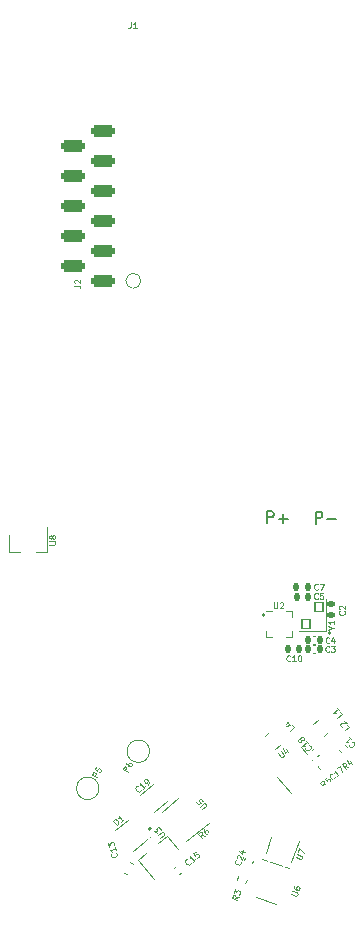
<source format=gbr>
G04 #@! TF.GenerationSoftware,KiCad,Pcbnew,(6.0.1)*
G04 #@! TF.CreationDate,2022-05-29T23:08:32-04:00*
G04 #@! TF.ProjectId,Main-rounded,4d61696e-2d72-46f7-956e-6465642e6b69,10*
G04 #@! TF.SameCoordinates,Original*
G04 #@! TF.FileFunction,Legend,Top*
G04 #@! TF.FilePolarity,Positive*
%FSLAX46Y46*%
G04 Gerber Fmt 4.6, Leading zero omitted, Abs format (unit mm)*
G04 Created by KiCad (PCBNEW (6.0.1)) date 2022-05-29 23:08:32*
%MOMM*%
%LPD*%
G01*
G04 APERTURE LIST*
G04 Aperture macros list*
%AMRoundRect*
0 Rectangle with rounded corners*
0 $1 Rounding radius*
0 $2 $3 $4 $5 $6 $7 $8 $9 X,Y pos of 4 corners*
0 Add a 4 corners polygon primitive as box body*
4,1,4,$2,$3,$4,$5,$6,$7,$8,$9,$2,$3,0*
0 Add four circle primitives for the rounded corners*
1,1,$1+$1,$2,$3*
1,1,$1+$1,$4,$5*
1,1,$1+$1,$6,$7*
1,1,$1+$1,$8,$9*
0 Add four rect primitives between the rounded corners*
20,1,$1+$1,$2,$3,$4,$5,0*
20,1,$1+$1,$4,$5,$6,$7,0*
20,1,$1+$1,$6,$7,$8,$9,0*
20,1,$1+$1,$8,$9,$2,$3,0*%
%AMRotRect*
0 Rectangle, with rotation*
0 The origin of the aperture is its center*
0 $1 length*
0 $2 width*
0 $3 Rotation angle, in degrees counterclockwise*
0 Add horizontal line*
21,1,$1,$2,0,0,$3*%
%AMFreePoly0*
4,1,14,0.285355,0.385355,0.435355,0.235355,0.450000,0.200000,0.450000,-0.350000,0.435355,-0.385355,0.400000,-0.400000,-0.400000,-0.400000,-0.435355,-0.385355,-0.450000,-0.350000,-0.450000,0.350000,-0.435355,0.385355,-0.400000,0.400000,0.250000,0.400000,0.285355,0.385355,0.285355,0.385355,$1*%
%AMFreePoly1*
4,1,14,0.435355,0.385355,0.450000,0.350000,0.450000,-0.350000,0.435355,-0.385355,0.400000,-0.400000,-0.250000,-0.400000,-0.285355,-0.385355,-0.435355,-0.235355,-0.450000,-0.200000,-0.450000,0.350000,-0.435355,0.385355,-0.400000,0.400000,0.400000,0.400000,0.435355,0.385355,0.435355,0.385355,$1*%
G04 Aperture macros list end*
%ADD10C,0.181301*%
%ADD11C,0.150000*%
%ADD12C,0.120000*%
%ADD13O,2.000000X4.500000*%
%ADD14RotRect,0.650000X0.400000X250.000000*%
%ADD15C,1.500000*%
%ADD16RotRect,1.060000X0.650000X220.000000*%
%ADD17R,0.800000X0.900000*%
%ADD18RoundRect,0.162500X-0.400915X-0.027008X0.289759X-0.278392X0.400915X0.027008X-0.289759X0.278392X0*%
%ADD19RoundRect,0.135000X0.127670X-0.190132X0.220016X0.063585X-0.127670X0.190132X-0.220016X-0.063585X0*%
%ADD20RoundRect,0.147500X0.147500X0.172500X-0.147500X0.172500X-0.147500X-0.172500X0.147500X-0.172500X0*%
%ADD21RoundRect,0.243750X0.106549X-0.506187X0.479995X-0.192828X-0.106549X0.506187X-0.479995X0.192828X0*%
%ADD22RoundRect,0.147500X-0.147500X-0.172500X0.147500X-0.172500X0.147500X0.172500X-0.147500X0.172500X0*%
%ADD23RoundRect,0.140000X0.140000X0.170000X-0.140000X0.170000X-0.140000X-0.170000X0.140000X-0.170000X0*%
%ADD24RoundRect,0.147500X-0.172500X0.147500X-0.172500X-0.147500X0.172500X-0.147500X0.172500X0.147500X0*%
%ADD25RoundRect,0.140000X-0.002028X0.220218X-0.216520X0.040237X0.002028X-0.220218X0.216520X-0.040237X0*%
%ADD26RoundRect,0.147500X0.226954X-0.002111X0.037331X0.223872X-0.226954X0.002111X-0.037331X-0.223872X0*%
%ADD27RoundRect,0.147500X-0.226954X0.002111X-0.037331X-0.223872X0.226954X-0.002111X0.037331X0.223872X0*%
%ADD28RoundRect,0.162500X-0.360707X0.177068X0.111742X-0.385974X0.360707X-0.177068X-0.111742X0.385974X0*%
%ADD29RoundRect,0.147500X-0.002111X-0.226954X0.223872X-0.037331X0.002111X0.226954X-0.223872X0.037331X0*%
%ADD30RoundRect,0.225000X-0.319856X-0.104006X0.069856X-0.329006X0.319856X0.104006X-0.069856X0.329006X0*%
%ADD31RotRect,0.650000X0.400000X220.000000*%
%ADD32RoundRect,0.147500X0.002111X0.226954X-0.223872X0.037331X-0.002111X-0.226954X0.223872X-0.037331X0*%
%ADD33RoundRect,0.140000X-0.220218X-0.002028X-0.040237X-0.216520X0.220218X0.002028X0.040237X0.216520X0*%
%ADD34FreePoly0,90.000000*%
%ADD35RoundRect,0.060000X0.340000X-0.390000X0.340000X0.390000X-0.340000X0.390000X-0.340000X-0.390000X0*%
%ADD36FreePoly1,90.000000*%
%ADD37R,0.375000X0.350000*%
%ADD38R,0.350000X0.375000*%
%ADD39RotRect,0.900000X0.800000X130.000000*%
%ADD40RoundRect,0.250000X0.168848X-0.706835X0.666776X-0.289023X-0.168848X0.706835X-0.666776X0.289023X0*%
%ADD41C,2.000000*%
%ADD42RoundRect,0.275000X0.775000X-0.275000X0.775000X0.275000X-0.775000X0.275000X-0.775000X-0.275000X0*%
%ADD43RoundRect,0.140000X-0.111865X0.189700X-0.207631X-0.073414X0.111865X-0.189700X0.207631X0.073414X0*%
%ADD44R,0.300000X2.000000*%
G04 APERTURE END LIST*
D10*
X258640650Y-115410000D02*
G75*
G03*
X258640650Y-115410000I-90650J0D01*
G01*
X243450650Y-131980000D02*
G75*
G03*
X243450650Y-131980000I-90650J0D01*
G01*
X253060650Y-113880000D02*
G75*
G03*
X253060650Y-113880000I-90650J0D01*
G01*
D11*
X253269047Y-106082380D02*
X253269047Y-105082380D01*
X253650000Y-105082380D01*
X253745238Y-105130000D01*
X253792857Y-105177619D01*
X253840476Y-105272857D01*
X253840476Y-105415714D01*
X253792857Y-105510952D01*
X253745238Y-105558571D01*
X253650000Y-105606190D01*
X253269047Y-105606190D01*
X254269047Y-105701428D02*
X255030952Y-105701428D01*
X254650000Y-106082380D02*
X254650000Y-105320476D01*
X257379047Y-106132380D02*
X257379047Y-105132380D01*
X257760000Y-105132380D01*
X257855238Y-105180000D01*
X257902857Y-105227619D01*
X257950476Y-105322857D01*
X257950476Y-105465714D01*
X257902857Y-105560952D01*
X257855238Y-105608571D01*
X257760000Y-105656190D01*
X257379047Y-105656190D01*
X258379047Y-105751428D02*
X259140952Y-105751428D01*
D12*
X255712409Y-134364329D02*
X256092761Y-134502766D01*
X256145652Y-134496679D01*
X256176169Y-134482449D01*
X256214829Y-134445845D01*
X256247402Y-134356350D01*
X256241315Y-134303460D01*
X256227085Y-134272943D01*
X256190481Y-134234282D01*
X255810129Y-134095846D01*
X255875276Y-133916857D02*
X255989283Y-133603626D01*
X256385839Y-133975998D01*
X241481362Y-127142699D02*
X241048350Y-126892699D01*
X241143588Y-126727742D01*
X241188017Y-126698408D01*
X241220541Y-126689693D01*
X241273685Y-126692883D01*
X241335544Y-126728597D01*
X241364879Y-126773026D01*
X241373594Y-126805550D01*
X241370404Y-126858695D01*
X241275166Y-127023652D01*
X241405493Y-126274110D02*
X241357873Y-126356588D01*
X241354684Y-126409732D01*
X241363399Y-126442257D01*
X241401448Y-126519210D01*
X241472022Y-126587449D01*
X241636979Y-126682687D01*
X241690123Y-126685877D01*
X241722647Y-126677162D01*
X241767077Y-126647828D01*
X241814696Y-126565349D01*
X241817886Y-126512205D01*
X241809171Y-126479681D01*
X241779836Y-126435251D01*
X241676738Y-126375728D01*
X241623594Y-126372538D01*
X241591069Y-126381253D01*
X241546640Y-126410587D01*
X241499021Y-126493066D01*
X241495831Y-126546210D01*
X241504546Y-126578734D01*
X241533881Y-126623163D01*
X247785121Y-130297827D02*
X248095186Y-130037651D01*
X248116360Y-129988803D01*
X248119295Y-129955260D01*
X248106925Y-129903477D01*
X248045707Y-129830520D01*
X247996859Y-129809346D01*
X247963315Y-129806412D01*
X247911533Y-129818782D01*
X247601467Y-130078957D01*
X247295378Y-129714174D02*
X247448422Y-129896566D01*
X247646118Y-129761760D01*
X247612575Y-129758826D01*
X247563727Y-129737652D01*
X247487204Y-129646456D01*
X247474835Y-129594673D01*
X247477769Y-129561130D01*
X247498943Y-129512282D01*
X247590139Y-129435759D01*
X247641922Y-129423390D01*
X247675465Y-129426324D01*
X247724313Y-129447498D01*
X247800836Y-129538694D01*
X247813206Y-129590477D01*
X247810271Y-129624020D01*
X234856190Y-107900952D02*
X235260952Y-107900952D01*
X235308571Y-107877142D01*
X235332380Y-107853333D01*
X235356190Y-107805714D01*
X235356190Y-107710476D01*
X235332380Y-107662857D01*
X235308571Y-107639047D01*
X235260952Y-107615238D01*
X234856190Y-107615238D01*
X235070476Y-107305714D02*
X235046666Y-107353333D01*
X235022857Y-107377142D01*
X234975238Y-107400952D01*
X234951428Y-107400952D01*
X234903809Y-107377142D01*
X234880000Y-107353333D01*
X234856190Y-107305714D01*
X234856190Y-107210476D01*
X234880000Y-107162857D01*
X234903809Y-107139047D01*
X234951428Y-107115238D01*
X234975238Y-107115238D01*
X235022857Y-107139047D01*
X235046666Y-107162857D01*
X235070476Y-107210476D01*
X235070476Y-107305714D01*
X235094285Y-107353333D01*
X235118095Y-107377142D01*
X235165714Y-107400952D01*
X235260952Y-107400952D01*
X235308571Y-107377142D01*
X235332380Y-107353333D01*
X235356190Y-107305714D01*
X235356190Y-107210476D01*
X235332380Y-107162857D01*
X235308571Y-107139047D01*
X235260952Y-107115238D01*
X235165714Y-107115238D01*
X235118095Y-107139047D01*
X235094285Y-107162857D01*
X235070476Y-107210476D01*
X238871363Y-127622699D02*
X238438351Y-127372699D01*
X238533589Y-127207742D01*
X238578018Y-127178408D01*
X238610542Y-127169693D01*
X238663686Y-127172883D01*
X238725545Y-127208597D01*
X238754880Y-127253026D01*
X238763595Y-127285550D01*
X238760405Y-127338695D01*
X238665167Y-127503652D01*
X238807398Y-126733490D02*
X238688351Y-126939687D01*
X238882642Y-127079354D01*
X238873928Y-127046830D01*
X238877117Y-126993685D01*
X238936641Y-126890587D01*
X238981070Y-126861253D01*
X239013595Y-126852538D01*
X239066739Y-126855728D01*
X239169837Y-126915251D01*
X239199172Y-126959681D01*
X239207887Y-126992205D01*
X239204697Y-127045349D01*
X239145173Y-127148447D01*
X239100744Y-127177782D01*
X239068219Y-127186497D01*
X255322409Y-137484329D02*
X255702761Y-137622766D01*
X255755652Y-137616679D01*
X255786169Y-137602449D01*
X255824829Y-137565845D01*
X255857402Y-137476350D01*
X255851315Y-137423460D01*
X255837085Y-137392943D01*
X255800481Y-137354282D01*
X255420129Y-137215846D01*
X255574853Y-136790747D02*
X255542279Y-136880241D01*
X255548366Y-136933132D01*
X255562597Y-136963649D01*
X255613431Y-137032826D01*
X255694782Y-137087773D01*
X255873771Y-137152920D01*
X255926662Y-137146833D01*
X255957179Y-137132602D01*
X255995839Y-137095998D01*
X256028412Y-137006504D01*
X256022325Y-136953613D01*
X256008095Y-136923096D01*
X255971491Y-136884436D01*
X255859623Y-136843719D01*
X255806732Y-136849806D01*
X255776215Y-136864037D01*
X255737555Y-136900641D01*
X255704982Y-136990135D01*
X255711069Y-137043026D01*
X255725299Y-137073543D01*
X255761903Y-137112203D01*
X250865559Y-137708840D02*
X250584820Y-137784022D01*
X250767839Y-137977324D02*
X250297993Y-137806313D01*
X250363140Y-137627324D01*
X250401800Y-137590720D01*
X250432317Y-137576490D01*
X250485208Y-137570403D01*
X250552328Y-137594833D01*
X250588932Y-137633494D01*
X250603163Y-137664010D01*
X250609250Y-137716901D01*
X250544103Y-137895890D01*
X250452716Y-137381214D02*
X250558580Y-137090357D01*
X250680565Y-137312119D01*
X250704995Y-137244998D01*
X250743656Y-137208394D01*
X250774173Y-137194164D01*
X250827063Y-137188077D01*
X250938932Y-137228794D01*
X250975535Y-137267454D01*
X250989766Y-137297971D01*
X250995853Y-137350862D01*
X250946993Y-137485104D01*
X250908332Y-137521708D01*
X250877815Y-137535938D01*
X257576666Y-111678571D02*
X257552857Y-111702380D01*
X257481428Y-111726190D01*
X257433809Y-111726190D01*
X257362380Y-111702380D01*
X257314761Y-111654761D01*
X257290952Y-111607142D01*
X257267142Y-111511904D01*
X257267142Y-111440476D01*
X257290952Y-111345238D01*
X257314761Y-111297619D01*
X257362380Y-111250000D01*
X257433809Y-111226190D01*
X257481428Y-111226190D01*
X257552857Y-111250000D01*
X257576666Y-111273809D01*
X257743333Y-111226190D02*
X258076666Y-111226190D01*
X257862380Y-111726190D01*
X259466837Y-122058444D02*
X259619882Y-122240836D01*
X259236860Y-122562229D01*
X259191357Y-121730139D02*
X259375010Y-121949009D01*
X259283183Y-121839574D02*
X258900161Y-122160968D01*
X258985488Y-122151533D01*
X259052575Y-122157402D01*
X259101423Y-122178576D01*
X257576666Y-112458571D02*
X257552857Y-112482380D01*
X257481428Y-112506190D01*
X257433809Y-112506190D01*
X257362380Y-112482380D01*
X257314761Y-112434761D01*
X257290952Y-112387142D01*
X257267142Y-112291904D01*
X257267142Y-112220476D01*
X257290952Y-112125238D01*
X257314761Y-112077619D01*
X257362380Y-112030000D01*
X257433809Y-112006190D01*
X257481428Y-112006190D01*
X257552857Y-112030000D01*
X257576666Y-112053809D01*
X258029047Y-112006190D02*
X257790952Y-112006190D01*
X257767142Y-112244285D01*
X257790952Y-112220476D01*
X257838571Y-112196666D01*
X257957619Y-112196666D01*
X258005238Y-112220476D01*
X258029047Y-112244285D01*
X258052857Y-112291904D01*
X258052857Y-112410952D01*
X258029047Y-112458571D01*
X258005238Y-112482380D01*
X257957619Y-112506190D01*
X257838571Y-112506190D01*
X257790952Y-112482380D01*
X257767142Y-112458571D01*
X258526666Y-116948571D02*
X258502857Y-116972380D01*
X258431428Y-116996190D01*
X258383809Y-116996190D01*
X258312380Y-116972380D01*
X258264761Y-116924761D01*
X258240952Y-116877142D01*
X258217142Y-116781904D01*
X258217142Y-116710476D01*
X258240952Y-116615238D01*
X258264761Y-116567619D01*
X258312380Y-116520000D01*
X258383809Y-116496190D01*
X258431428Y-116496190D01*
X258502857Y-116520000D01*
X258526666Y-116543809D01*
X258693333Y-116496190D02*
X259002857Y-116496190D01*
X258836190Y-116686666D01*
X258907619Y-116686666D01*
X258955238Y-116710476D01*
X258979047Y-116734285D01*
X259002857Y-116781904D01*
X259002857Y-116900952D01*
X258979047Y-116948571D01*
X258955238Y-116972380D01*
X258907619Y-116996190D01*
X258764761Y-116996190D01*
X258717142Y-116972380D01*
X258693333Y-116948571D01*
X259818571Y-113543333D02*
X259842380Y-113567142D01*
X259866190Y-113638571D01*
X259866190Y-113686190D01*
X259842380Y-113757619D01*
X259794761Y-113805238D01*
X259747142Y-113829047D01*
X259651904Y-113852857D01*
X259580476Y-113852857D01*
X259485238Y-113829047D01*
X259437619Y-113805238D01*
X259390000Y-113757619D01*
X259366190Y-113686190D01*
X259366190Y-113638571D01*
X259390000Y-113567142D01*
X259413809Y-113543333D01*
X259413809Y-113352857D02*
X259390000Y-113329047D01*
X259366190Y-113281428D01*
X259366190Y-113162380D01*
X259390000Y-113114761D01*
X259413809Y-113090952D01*
X259461428Y-113067142D01*
X259509047Y-113067142D01*
X259580476Y-113090952D01*
X259866190Y-113376666D01*
X259866190Y-113067142D01*
X255228571Y-117728571D02*
X255204761Y-117752380D01*
X255133333Y-117776190D01*
X255085714Y-117776190D01*
X255014285Y-117752380D01*
X254966666Y-117704761D01*
X254942857Y-117657142D01*
X254919047Y-117561904D01*
X254919047Y-117490476D01*
X254942857Y-117395238D01*
X254966666Y-117347619D01*
X255014285Y-117300000D01*
X255085714Y-117276190D01*
X255133333Y-117276190D01*
X255204761Y-117300000D01*
X255228571Y-117323809D01*
X255704761Y-117776190D02*
X255419047Y-117776190D01*
X255561904Y-117776190D02*
X255561904Y-117276190D01*
X255514285Y-117347619D01*
X255466666Y-117395238D01*
X255419047Y-117419047D01*
X256014285Y-117276190D02*
X256061904Y-117276190D01*
X256109523Y-117300000D01*
X256133333Y-117323809D01*
X256157142Y-117371428D01*
X256180952Y-117466666D01*
X256180952Y-117585714D01*
X256157142Y-117680952D01*
X256133333Y-117728571D01*
X256109523Y-117752380D01*
X256061904Y-117776190D01*
X256014285Y-117776190D01*
X255966666Y-117752380D01*
X255942857Y-117728571D01*
X255919047Y-117680952D01*
X255895238Y-117585714D01*
X255895238Y-117466666D01*
X255919047Y-117371428D01*
X255942857Y-117323809D01*
X255966666Y-117300000D01*
X256014285Y-117276190D01*
X256833403Y-124891445D02*
X256866947Y-124894379D01*
X256931100Y-124933792D01*
X256961709Y-124970271D01*
X256989383Y-125040292D01*
X256983513Y-125107380D01*
X256962340Y-125156228D01*
X256904687Y-125235685D01*
X256849970Y-125281598D01*
X256761709Y-125324577D01*
X256709926Y-125336947D01*
X256642839Y-125331077D01*
X256578686Y-125291664D01*
X256548077Y-125255186D01*
X256520403Y-125185164D01*
X256523338Y-125151621D01*
X256563792Y-124496053D02*
X256747446Y-124714922D01*
X256655619Y-124605487D02*
X256272597Y-124926881D01*
X256357923Y-124917446D01*
X256425011Y-124923316D01*
X256473859Y-124944489D01*
X256161269Y-124460836D02*
X256173639Y-124512619D01*
X256170704Y-124546163D01*
X256149530Y-124595011D01*
X256131291Y-124610315D01*
X256079508Y-124622685D01*
X256045965Y-124619750D01*
X255997117Y-124598577D01*
X255935899Y-124525620D01*
X255923529Y-124473837D01*
X255926464Y-124440294D01*
X255947637Y-124391445D01*
X255965877Y-124376141D01*
X256017659Y-124363771D01*
X256051203Y-124366706D01*
X256100051Y-124387880D01*
X256161269Y-124460836D01*
X256210117Y-124482010D01*
X256243661Y-124484945D01*
X256295443Y-124472575D01*
X256368400Y-124411357D01*
X256389574Y-124362509D01*
X256392509Y-124328966D01*
X256380139Y-124277183D01*
X256318921Y-124204226D01*
X256270073Y-124183052D01*
X256236529Y-124180118D01*
X256184746Y-124192487D01*
X256111790Y-124253705D01*
X256090616Y-124302553D01*
X256087681Y-124336097D01*
X256100051Y-124387880D01*
X260151555Y-126716837D02*
X259870836Y-126641577D01*
X259932685Y-126900491D02*
X259611291Y-126517468D01*
X259757204Y-126395033D01*
X259808987Y-126382663D01*
X259842531Y-126385598D01*
X259891379Y-126406771D01*
X259937292Y-126461489D01*
X259949662Y-126513272D01*
X259946727Y-126546815D01*
X259925554Y-126595663D01*
X259779640Y-126718099D01*
X260265597Y-126186009D02*
X260479860Y-126441357D01*
X260051966Y-126116618D02*
X260190337Y-126466727D01*
X260427446Y-126267769D01*
X259028555Y-127603403D02*
X259025621Y-127636947D01*
X258986208Y-127701100D01*
X258949729Y-127731709D01*
X258879708Y-127759383D01*
X258812620Y-127753513D01*
X258763772Y-127732340D01*
X258684315Y-127674687D01*
X258638402Y-127619970D01*
X258595423Y-127531709D01*
X258583053Y-127479926D01*
X258588923Y-127412839D01*
X258628336Y-127348686D01*
X258664814Y-127318077D01*
X258734836Y-127290403D01*
X258768379Y-127293338D01*
X259423947Y-127333792D02*
X259205078Y-127517446D01*
X259314513Y-127425619D02*
X258993119Y-127042597D01*
X259002554Y-127127923D01*
X258996684Y-127195011D01*
X258975511Y-127243859D01*
X259230228Y-126843639D02*
X259485576Y-126629376D01*
X259642817Y-127150139D01*
X254199191Y-125578308D02*
X254459367Y-125888373D01*
X254508215Y-125909547D01*
X254541758Y-125912482D01*
X254593541Y-125900112D01*
X254666498Y-125838894D01*
X254687672Y-125790046D01*
X254690606Y-125756502D01*
X254678236Y-125704720D01*
X254418061Y-125394654D01*
X254871736Y-125231543D02*
X255085998Y-125486891D01*
X254658104Y-125162152D02*
X254796475Y-125512262D01*
X255033584Y-125313304D01*
X258536666Y-116198571D02*
X258512857Y-116222380D01*
X258441428Y-116246190D01*
X258393809Y-116246190D01*
X258322380Y-116222380D01*
X258274761Y-116174761D01*
X258250952Y-116127142D01*
X258227142Y-116031904D01*
X258227142Y-115960476D01*
X258250952Y-115865238D01*
X258274761Y-115817619D01*
X258322380Y-115770000D01*
X258393809Y-115746190D01*
X258441428Y-115746190D01*
X258512857Y-115770000D01*
X258536666Y-115793809D01*
X258965238Y-115912857D02*
X258965238Y-116246190D01*
X258846190Y-115722380D02*
X258727142Y-116079523D01*
X259036666Y-116079523D01*
X255416837Y-123148444D02*
X255569882Y-123330836D01*
X255186860Y-123652229D01*
X254916617Y-123070880D02*
X255171966Y-122856618D01*
X254847227Y-123284512D02*
X255197336Y-123146140D01*
X254998378Y-122909031D01*
X248011554Y-132586837D02*
X247730835Y-132511577D01*
X247792684Y-132770491D02*
X247471290Y-132387468D01*
X247617203Y-132265033D01*
X247668986Y-132252663D01*
X247702530Y-132255598D01*
X247751378Y-132276771D01*
X247797291Y-132331489D01*
X247809661Y-132383272D01*
X247806726Y-132416815D01*
X247785553Y-132465663D01*
X247639639Y-132588099D01*
X248018465Y-131928334D02*
X247945508Y-131989552D01*
X247924334Y-132038400D01*
X247921400Y-132071944D01*
X247930835Y-132157270D01*
X247973814Y-132245532D01*
X248096249Y-132391445D01*
X248145097Y-132412619D01*
X248178641Y-132415553D01*
X248230424Y-132403183D01*
X248303380Y-132341966D01*
X248324554Y-132293118D01*
X248327489Y-132259574D01*
X248315119Y-132207791D01*
X248238597Y-132116595D01*
X248189749Y-132095422D01*
X248156205Y-132092487D01*
X248104422Y-132104857D01*
X248031466Y-132166074D01*
X248010292Y-132214923D01*
X248007357Y-132248466D01*
X248019727Y-132300249D01*
X240475678Y-133994258D02*
X240504839Y-134011094D01*
X240546324Y-134073926D01*
X240558649Y-134119923D01*
X240554138Y-134195080D01*
X240520466Y-134253401D01*
X240480632Y-134288724D01*
X240394801Y-134336372D01*
X240325806Y-134354859D01*
X240227651Y-134356510D01*
X240175492Y-134345836D01*
X240117171Y-134312165D01*
X240075686Y-134249332D01*
X240063361Y-134203336D01*
X240067872Y-134128179D01*
X240084708Y-134099018D01*
X240398427Y-133521969D02*
X240472376Y-133797947D01*
X240435402Y-133659958D02*
X239952439Y-133789368D01*
X240033758Y-133816877D01*
X240092079Y-133850549D01*
X240127402Y-133890383D01*
X239872328Y-133490390D02*
X239792217Y-133191413D01*
X240019340Y-133303102D01*
X240000853Y-133234107D01*
X240011526Y-133181949D01*
X240028362Y-133152788D01*
X240068196Y-133117465D01*
X240183187Y-133086653D01*
X240235346Y-133097327D01*
X240264507Y-133114163D01*
X240299830Y-133153997D01*
X240336804Y-133291986D01*
X240326130Y-133344145D01*
X240309294Y-133373306D01*
X240562685Y-131660491D02*
X240241291Y-131277468D01*
X240332487Y-131200946D01*
X240402509Y-131173272D01*
X240469596Y-131179141D01*
X240518444Y-131200315D01*
X240597901Y-131257967D01*
X240643815Y-131312685D01*
X240686793Y-131400946D01*
X240699163Y-131452729D01*
X240693294Y-131519816D01*
X240653881Y-131583968D01*
X240562685Y-131660491D01*
X241146338Y-131170748D02*
X240927468Y-131354401D01*
X241036903Y-131262575D02*
X240715509Y-130879552D01*
X240724944Y-130964879D01*
X240719075Y-131031966D01*
X240697901Y-131080814D01*
X246798554Y-134833403D02*
X246795620Y-134866947D01*
X246756207Y-134931100D01*
X246719728Y-134961709D01*
X246649707Y-134989383D01*
X246582619Y-134983513D01*
X246533771Y-134962340D01*
X246454314Y-134904687D01*
X246408401Y-134849970D01*
X246365422Y-134761709D01*
X246353052Y-134709926D01*
X246358922Y-134642839D01*
X246398335Y-134578686D01*
X246434813Y-134548077D01*
X246504835Y-134520403D01*
X246538378Y-134523338D01*
X247193946Y-134563792D02*
X246975077Y-134747446D01*
X247084512Y-134655619D02*
X246763118Y-134272597D01*
X246772553Y-134357923D01*
X246766683Y-134425011D01*
X246745510Y-134473859D01*
X247219097Y-133889985D02*
X247036705Y-134043030D01*
X247171511Y-134240726D01*
X247174445Y-134207182D01*
X247195619Y-134158334D01*
X247286815Y-134081812D01*
X247338598Y-134069442D01*
X247372141Y-134072377D01*
X247420989Y-134093551D01*
X247497512Y-134184746D01*
X247509881Y-134236529D01*
X247506947Y-134270073D01*
X247485773Y-134318921D01*
X247394577Y-134395443D01*
X247342794Y-134407813D01*
X247309251Y-134404878D01*
X260086837Y-123138444D02*
X260239882Y-123320836D01*
X259856860Y-123642229D01*
X259648466Y-123319794D02*
X259614923Y-123316859D01*
X259566075Y-123295686D01*
X259489552Y-123204490D01*
X259477183Y-123152707D01*
X259480117Y-123119163D01*
X259501291Y-123070315D01*
X259537769Y-123039706D01*
X259607791Y-123012032D01*
X260010315Y-123047248D01*
X259811357Y-122810139D01*
X260500359Y-124579053D02*
X260533902Y-124581988D01*
X260598055Y-124621401D01*
X260628664Y-124657879D01*
X260656338Y-124727901D01*
X260650469Y-124794988D01*
X260629295Y-124843836D01*
X260571643Y-124923293D01*
X260516925Y-124969207D01*
X260428664Y-125012185D01*
X260376881Y-125024555D01*
X260309794Y-125018686D01*
X260245642Y-124979273D01*
X260215033Y-124942795D01*
X260187358Y-124872773D01*
X260190293Y-124839229D01*
X260230748Y-124183661D02*
X260414401Y-124402531D01*
X260322575Y-124293096D02*
X259939552Y-124614490D01*
X260024879Y-124605055D01*
X260091966Y-124610924D01*
X260140814Y-124632098D01*
X258738095Y-114928095D02*
X258976190Y-114928095D01*
X258476190Y-115094761D02*
X258738095Y-114928095D01*
X258476190Y-114761428D01*
X258976190Y-114332857D02*
X258976190Y-114618571D01*
X258976190Y-114475714D02*
X258476190Y-114475714D01*
X258547619Y-114523333D01*
X258595238Y-114570952D01*
X258619047Y-114618571D01*
X253859047Y-112786190D02*
X253859047Y-113190952D01*
X253882857Y-113238571D01*
X253906666Y-113262380D01*
X253954285Y-113286190D01*
X254049523Y-113286190D01*
X254097142Y-113262380D01*
X254120952Y-113238571D01*
X254144761Y-113190952D01*
X254144761Y-112786190D01*
X254359047Y-112833809D02*
X254382857Y-112810000D01*
X254430476Y-112786190D01*
X254549523Y-112786190D01*
X254597142Y-112810000D01*
X254620952Y-112833809D01*
X254644761Y-112881428D01*
X254644761Y-112929047D01*
X254620952Y-113000476D01*
X254335238Y-113286190D01*
X254644761Y-113286190D01*
X258341555Y-128256837D02*
X258060836Y-128181577D01*
X258122685Y-128440491D02*
X257801291Y-128057468D01*
X257947204Y-127935033D01*
X257998987Y-127922663D01*
X258032531Y-127925598D01*
X258081379Y-127946771D01*
X258127292Y-128001489D01*
X258139662Y-128053272D01*
X258136727Y-128086815D01*
X258115554Y-128135663D01*
X257969640Y-128258099D01*
X258366705Y-127583030D02*
X258184313Y-127736075D01*
X258319119Y-127933771D01*
X258322054Y-127900227D01*
X258343228Y-127851379D01*
X258434423Y-127774857D01*
X258486206Y-127762487D01*
X258519750Y-127765422D01*
X258568598Y-127786595D01*
X258645120Y-127877791D01*
X258657490Y-127929574D01*
X258654555Y-127963118D01*
X258633381Y-128011966D01*
X258542186Y-128088488D01*
X258490403Y-128100858D01*
X258456859Y-128097923D01*
X244225121Y-132717827D02*
X244535186Y-132457651D01*
X244556360Y-132408803D01*
X244559295Y-132375260D01*
X244546925Y-132323477D01*
X244485707Y-132250520D01*
X244436859Y-132229346D01*
X244403315Y-132226412D01*
X244351533Y-132238782D01*
X244041467Y-132498957D01*
X243919031Y-132353044D02*
X243720073Y-132115935D01*
X243973118Y-132121174D01*
X243927204Y-132066456D01*
X243914835Y-132014673D01*
X243917769Y-131981130D01*
X243938943Y-131932282D01*
X244030139Y-131855759D01*
X244081922Y-131843390D01*
X244115465Y-131846324D01*
X244164313Y-131867498D01*
X244256140Y-131976933D01*
X244268510Y-132028716D01*
X244265575Y-132062259D01*
X242578554Y-128653403D02*
X242575620Y-128686947D01*
X242536207Y-128751100D01*
X242499728Y-128781709D01*
X242429707Y-128809383D01*
X242362619Y-128803513D01*
X242313771Y-128782340D01*
X242234314Y-128724687D01*
X242188401Y-128669970D01*
X242145422Y-128581709D01*
X242133052Y-128529926D01*
X242138922Y-128462839D01*
X242178335Y-128398686D01*
X242214813Y-128368077D01*
X242284835Y-128340403D01*
X242318378Y-128343338D01*
X242973946Y-128383792D02*
X242755077Y-128567446D01*
X242864512Y-128475619D02*
X242543118Y-128092597D01*
X242552553Y-128177923D01*
X242546683Y-128245011D01*
X242525510Y-128293859D01*
X243156338Y-128230748D02*
X243229295Y-128169530D01*
X243250468Y-128120682D01*
X243253403Y-128087138D01*
X243243968Y-128001812D01*
X243200989Y-127913551D01*
X243078554Y-127767637D01*
X243029705Y-127746464D01*
X242996162Y-127743529D01*
X242944379Y-127755899D01*
X242871422Y-127817117D01*
X242850249Y-127865965D01*
X242847314Y-127899508D01*
X242859684Y-127951291D01*
X242936206Y-128042487D01*
X242985054Y-128063661D01*
X243018598Y-128066595D01*
X243070381Y-128054226D01*
X243143337Y-127993008D01*
X243164511Y-127944160D01*
X243167446Y-127910616D01*
X243155076Y-127858833D01*
X236971985Y-85972359D02*
X237329128Y-85972359D01*
X237400556Y-85996169D01*
X237448175Y-86043788D01*
X237471985Y-86115216D01*
X237471985Y-86162835D01*
X237019604Y-85758073D02*
X236995795Y-85734264D01*
X236971985Y-85686645D01*
X236971985Y-85567597D01*
X236995795Y-85519978D01*
X237019604Y-85496169D01*
X237067223Y-85472359D01*
X237114842Y-85472359D01*
X237186271Y-85496169D01*
X237471985Y-85781883D01*
X237471985Y-85472359D01*
X251047867Y-134753119D02*
X251062097Y-134783636D01*
X251060041Y-134858900D01*
X251043754Y-134903647D01*
X250996950Y-134962625D01*
X250935916Y-134991085D01*
X250883026Y-134997172D01*
X250785388Y-134986972D01*
X250718267Y-134962542D01*
X250636916Y-134907595D01*
X250600312Y-134868935D01*
X250571851Y-134807901D01*
X250573908Y-134732637D01*
X250590194Y-134687890D01*
X250636998Y-134628912D01*
X250667515Y-134614682D01*
X250732662Y-134435693D02*
X250718431Y-134405176D01*
X250712344Y-134352285D01*
X250753061Y-134240417D01*
X250791721Y-134203813D01*
X250822238Y-134189583D01*
X250875129Y-134183496D01*
X250919876Y-134199783D01*
X250978854Y-134246586D01*
X251149617Y-134612790D01*
X251255481Y-134321933D01*
X251088830Y-133805200D02*
X251402061Y-133919207D01*
X250869124Y-133851922D02*
X251164012Y-134085940D01*
X251269875Y-133795083D01*
X241731971Y-63689049D02*
X241731971Y-64046192D01*
X241708161Y-64117620D01*
X241660542Y-64165239D01*
X241589114Y-64189049D01*
X241541495Y-64189049D01*
X242231971Y-64189049D02*
X241946257Y-64189049D01*
X242089114Y-64189049D02*
X242089114Y-63689049D01*
X242041495Y-63760478D01*
X241993876Y-63808097D01*
X241946257Y-63831906D01*
X255340629Y-134804528D02*
X255990468Y-133019112D01*
X253639371Y-132695472D02*
X253160542Y-134011041D01*
X243330000Y-125400000D02*
G75*
G03*
X243330000Y-125400000I-950000J0D01*
G01*
X246447131Y-133010555D02*
X248323940Y-131435726D01*
X245756235Y-129386875D02*
X244377355Y-130543892D01*
X231460000Y-108560000D02*
X232390000Y-108560000D01*
X234620000Y-108560000D02*
X233690000Y-108560000D01*
X231460000Y-108560000D02*
X231460000Y-107100000D01*
X234620000Y-108560000D02*
X234620000Y-106400000D01*
X239040000Y-128540000D02*
G75*
G03*
X239040000Y-128540000I-950000J0D01*
G01*
X255116376Y-135324913D02*
X252814129Y-134486964D01*
X252323624Y-137735087D02*
X254015071Y-138350723D01*
X251440963Y-136549097D02*
X251546060Y-136260346D01*
X250726796Y-136289162D02*
X250831893Y-136000411D01*
X257162196Y-123057728D02*
X257558360Y-122725307D01*
X258074954Y-124145511D02*
X258471118Y-123813090D01*
X257347836Y-117120000D02*
X257132164Y-117120000D01*
X257347836Y-116400000D02*
X257132164Y-116400000D01*
X257697123Y-125676577D02*
X257531908Y-125815209D01*
X257234316Y-125125025D02*
X257069101Y-125263657D01*
X254118876Y-127569488D02*
X255275893Y-128948368D01*
X257742556Y-126878592D02*
X256167727Y-125001783D01*
X257357836Y-116350000D02*
X257142164Y-116350000D01*
X257357836Y-115630000D02*
X257142164Y-115630000D01*
X253988297Y-125230102D02*
X254384461Y-124897681D01*
X253075539Y-124142319D02*
X253471703Y-123809898D01*
X241683254Y-134788037D02*
X241926746Y-134928617D01*
X241173254Y-135671383D02*
X241416746Y-135811963D01*
X241470597Y-131191437D02*
X240398135Y-132091340D01*
X241889403Y-133868563D02*
X243344887Y-132647266D01*
X245994011Y-135696460D02*
X245828796Y-135835092D01*
X245531204Y-135144908D02*
X245365989Y-135283540D01*
X259908593Y-124855031D02*
X260047225Y-125020246D01*
X259357041Y-125317838D02*
X259495673Y-125483053D01*
X258290000Y-115250000D02*
X258290000Y-112550000D01*
X255990000Y-115250000D02*
X258290000Y-115250000D01*
X254870000Y-115740000D02*
X254870000Y-115740000D01*
X255370000Y-115740000D02*
X254870000Y-115740000D01*
X254870000Y-113540000D02*
X255370000Y-113540000D01*
X255370000Y-113540000D02*
X255370000Y-114040000D01*
X253170000Y-113540000D02*
X253170000Y-113540000D01*
X255370000Y-114040000D02*
X255370000Y-114040000D01*
X253670000Y-115740000D02*
X253170000Y-115740000D01*
X253670000Y-113540000D02*
X253170000Y-113540000D01*
X255370000Y-115240000D02*
X255370000Y-115740000D01*
X253170000Y-115740000D02*
X253170000Y-115240000D01*
X253170000Y-115240000D02*
X253170000Y-115240000D01*
X244771832Y-132542202D02*
X244059410Y-133139994D01*
X244771832Y-132542202D02*
X245710302Y-133660627D01*
X242351131Y-134573411D02*
X243739552Y-136228067D01*
X242351131Y-134573411D02*
X243063553Y-133975618D01*
X242510213Y-129120084D02*
X243599914Y-128205716D01*
X243680086Y-130514284D02*
X244769787Y-129599916D01*
X242592500Y-85570000D02*
G75*
G03*
X242592500Y-85570000I-635000J0D01*
G01*
X252111381Y-134687962D02*
X252037617Y-134890627D01*
X251434803Y-134441707D02*
X251361039Y-134644372D01*
%LPC*%
D13*
X252840000Y-102530000D03*
X259240000Y-102530000D03*
D14*
X255425719Y-133079605D03*
X254814919Y-132857292D03*
X254204119Y-132634979D03*
X253554281Y-134420395D03*
X254775881Y-134865021D03*
D15*
X242380000Y-125400000D03*
D16*
X247554980Y-131219391D03*
X246944332Y-130491649D03*
X246333684Y-129763906D03*
X244648386Y-131178039D03*
X245869682Y-132633524D03*
D17*
X233990000Y-106800000D03*
X232090000Y-106800000D03*
X233040000Y-108800000D03*
D15*
X238090000Y-128540000D03*
D18*
X253011257Y-135261070D03*
X252686338Y-136153778D03*
X252361419Y-137046486D03*
X254428743Y-137798930D03*
X255078581Y-136013514D03*
D19*
X250961998Y-136753997D03*
X251310858Y-135795511D03*
D20*
X256735000Y-111500000D03*
X255765000Y-111500000D03*
D21*
X257098490Y-124038022D03*
X258534824Y-122832796D03*
D22*
X255785000Y-112310000D03*
X256755000Y-112310000D03*
D23*
X257720000Y-116760000D03*
X256760000Y-116760000D03*
D24*
X258710000Y-112935000D03*
X258710000Y-113905000D03*
D22*
X255045000Y-116750000D03*
X256015000Y-116750000D03*
D25*
X257750813Y-125161579D03*
X257015411Y-125778655D03*
D26*
X259384495Y-126081748D03*
X258760991Y-125338684D03*
D27*
X258140497Y-125859341D03*
X258764001Y-126602405D03*
D28*
X255951392Y-125770743D03*
X255223650Y-126381391D03*
X254495907Y-126992039D03*
X255910040Y-128677337D03*
X257365525Y-127456041D03*
D23*
X257730000Y-115990000D03*
X256770000Y-115990000D03*
D21*
X253011833Y-125122613D03*
X254448167Y-123917387D03*
D29*
X246518468Y-133541752D03*
X247261532Y-132918248D03*
D30*
X240878830Y-134912500D03*
X242221170Y-135687500D03*
D31*
X242825554Y-132417281D03*
X242407742Y-131919352D03*
X241989930Y-131421423D03*
X240534446Y-132642719D03*
X240952258Y-133140648D03*
X241370070Y-133638577D03*
D25*
X246047701Y-135181462D03*
X245312299Y-135798538D03*
D32*
X259324771Y-123762548D03*
X258581707Y-124386052D03*
D33*
X259393595Y-124801341D03*
X260010671Y-125536743D03*
D34*
X257690000Y-114600000D03*
D35*
X257690000Y-113200000D03*
D36*
X256590000Y-113200000D03*
D35*
X256590000Y-114600000D03*
D37*
X253507500Y-113890000D03*
X253507500Y-114390000D03*
X253507500Y-114890000D03*
X253507500Y-115390000D03*
D38*
X254020000Y-115402500D03*
X254520000Y-115402500D03*
D37*
X255032500Y-115390000D03*
X255032500Y-114890000D03*
X255032500Y-114390000D03*
X255032500Y-113890000D03*
D38*
X254520000Y-113877500D03*
X254020000Y-113877500D03*
D27*
X257520000Y-126380000D03*
X258143504Y-127123064D03*
D39*
X243965045Y-135516693D03*
X245420530Y-134295396D03*
X243407212Y-133373956D03*
D40*
X242510084Y-130308112D03*
X244769916Y-128411888D03*
D41*
X238147500Y-89220000D03*
X238147500Y-69220000D03*
D42*
X239417500Y-85570000D03*
X236877500Y-84300000D03*
X239417500Y-83030000D03*
X236877500Y-81760000D03*
X239417500Y-80490000D03*
X236877500Y-79220000D03*
X239417500Y-77950000D03*
X236877500Y-76680000D03*
X239417500Y-75410000D03*
X236877500Y-74140000D03*
X239417500Y-72870000D03*
D43*
X251900380Y-134215115D03*
X251572040Y-135117219D03*
D44*
X241620000Y-61279999D03*
X242119999Y-61279999D03*
X242620000Y-61279999D03*
X243120000Y-61279999D03*
X243620001Y-61279999D03*
X244120000Y-61279999D03*
X244620000Y-61279999D03*
X245120000Y-61279999D03*
X245620000Y-61279999D03*
X246120001Y-61279999D03*
X246620000Y-61279999D03*
X247120000Y-61279999D03*
X247620000Y-61279999D03*
X248120000Y-61279999D03*
G36*
X240434000Y-118300004D02*
G01*
X240502121Y-118320006D01*
X240548614Y-118373662D01*
X240560000Y-118426004D01*
X240560001Y-118874003D01*
X240539999Y-118942124D01*
X240486344Y-118988617D01*
X240434001Y-119000003D01*
X236586000Y-119000001D01*
X236517879Y-118979999D01*
X236471386Y-118926343D01*
X236460000Y-118874001D01*
X236460000Y-118426000D01*
X236480002Y-118357879D01*
X236533658Y-118311386D01*
X236586000Y-118300000D01*
X240434000Y-118300004D01*
G37*
G36*
X214043931Y-87947920D02*
G01*
X214070899Y-87994143D01*
X215155614Y-91332553D01*
X215157642Y-91403521D01*
X215120979Y-91464318D01*
X215075802Y-91490964D01*
X214812187Y-91579268D01*
X214741241Y-91581939D01*
X214680113Y-91545829D01*
X214652333Y-91498729D01*
X213566487Y-88156838D01*
X213564459Y-88085870D01*
X213601122Y-88025073D01*
X213653769Y-88000932D01*
X213652636Y-87997439D01*
X213912180Y-87913229D01*
X213983149Y-87911232D01*
X214043931Y-87947920D01*
G37*
G36*
X231122634Y-92199971D02*
G01*
X231162612Y-92235624D01*
X231425939Y-92598064D01*
X231449798Y-92664932D01*
X231433717Y-92734084D01*
X231398064Y-92774061D01*
X228123162Y-95153413D01*
X228056294Y-95177272D01*
X227987143Y-95161191D01*
X227947165Y-95125538D01*
X227683837Y-94763097D01*
X227659978Y-94696229D01*
X227676059Y-94627077D01*
X227711712Y-94587100D01*
X230986615Y-92207749D01*
X231053483Y-92183890D01*
X231122634Y-92199971D01*
G37*
G36*
X249052914Y-130470191D02*
G01*
X249317393Y-130555832D01*
X249376039Y-130595847D01*
X249403741Y-130661215D01*
X249398410Y-130714640D01*
X248244988Y-134264506D01*
X248204915Y-134323112D01*
X248139518Y-134350749D01*
X248086221Y-134345404D01*
X247821826Y-134259503D01*
X247763220Y-134219431D01*
X247735582Y-134154035D01*
X247740927Y-134100733D01*
X248894265Y-130551127D01*
X248934338Y-130492521D01*
X248999735Y-130464884D01*
X249052914Y-130470191D01*
G37*
G36*
X234941092Y-102740002D02*
G01*
X234987585Y-102793658D01*
X234998971Y-102846029D01*
X234998908Y-103124029D01*
X234978891Y-103192145D01*
X234925224Y-103238625D01*
X234872908Y-103250000D01*
X230447447Y-103250000D01*
X230379326Y-103229998D01*
X230332833Y-103176342D01*
X230321447Y-103123971D01*
X230321510Y-102845974D01*
X230326533Y-102845975D01*
X230325409Y-102814894D01*
X230361609Y-102753820D01*
X230425081Y-102722012D01*
X230447509Y-102720000D01*
X234872971Y-102720000D01*
X234941092Y-102740002D01*
G37*
G36*
X260478339Y-126724724D02*
G01*
X260518396Y-126760486D01*
X260679350Y-126982520D01*
X260676486Y-126984596D01*
X260702153Y-127027596D01*
X260699807Y-127098554D01*
X260654211Y-127161015D01*
X257216969Y-129658317D01*
X257150101Y-129682176D01*
X257080950Y-129666095D01*
X257042746Y-129624641D01*
X257039428Y-129627056D01*
X256878064Y-129405284D01*
X256854159Y-129338433D01*
X256870191Y-129269270D01*
X256905887Y-129229216D01*
X260342320Y-126732502D01*
X260409188Y-126708643D01*
X260478339Y-126724724D01*
G37*
G36*
X240434000Y-120550003D02*
G01*
X240502121Y-120570005D01*
X240548614Y-120623661D01*
X240560000Y-120676003D01*
X240560001Y-121124002D01*
X240539999Y-121192123D01*
X240486344Y-121238616D01*
X240434001Y-121250002D01*
X236386000Y-121250000D01*
X236317879Y-121229998D01*
X236271386Y-121176342D01*
X236260000Y-121124000D01*
X236260000Y-120675999D01*
X236280002Y-120607878D01*
X236333658Y-120561385D01*
X236386000Y-120549999D01*
X240434000Y-120550003D01*
G37*
G36*
X234674000Y-101500004D02*
G01*
X234742121Y-101520006D01*
X234788614Y-101573662D01*
X234800000Y-101626004D01*
X234800001Y-102074003D01*
X234779999Y-102142124D01*
X234726344Y-102188617D01*
X234674001Y-102200003D01*
X230626000Y-102200001D01*
X230557879Y-102179999D01*
X230511386Y-102126343D01*
X230500000Y-102074001D01*
X230500000Y-101626000D01*
X230520002Y-101557879D01*
X230573658Y-101511386D01*
X230626000Y-101500000D01*
X234674000Y-101500004D01*
G37*
G36*
X263869728Y-111154851D02*
G01*
X263871109Y-111154851D01*
X263871109Y-111155205D01*
X263938407Y-111172456D01*
X263986731Y-111224468D01*
X264000000Y-111280751D01*
X264000000Y-113120681D01*
X263979998Y-113188802D01*
X263926342Y-113235295D01*
X263882703Y-113246380D01*
X263828327Y-113250145D01*
X263819624Y-113250446D01*
X263326000Y-113250446D01*
X263257879Y-113230444D01*
X263211386Y-113176788D01*
X263200000Y-113124446D01*
X263200000Y-111280881D01*
X263220002Y-111212760D01*
X263273658Y-111166267D01*
X263325993Y-111154881D01*
X263868938Y-111154851D01*
X263869634Y-111154827D01*
X263869728Y-111154851D01*
G37*
G36*
X214449641Y-94264721D02*
G01*
X214489618Y-94300374D01*
X214752946Y-94662811D01*
X214776804Y-94729678D01*
X214760724Y-94798830D01*
X214725071Y-94838808D01*
X212121000Y-96730774D01*
X212054132Y-96754633D01*
X211984981Y-96738552D01*
X211945003Y-96702899D01*
X211681675Y-96340458D01*
X211657816Y-96273590D01*
X211673897Y-96204438D01*
X211709550Y-96164461D01*
X214313621Y-94272499D01*
X214380489Y-94248640D01*
X214449641Y-94264721D01*
G37*
G36*
X260592572Y-127689775D02*
G01*
X260632550Y-127725428D01*
X260895877Y-128087868D01*
X260919736Y-128154736D01*
X260903655Y-128223888D01*
X260868002Y-128263865D01*
X258190844Y-130208931D01*
X258123976Y-130232790D01*
X258054825Y-130216709D01*
X258014847Y-130181056D01*
X257751519Y-129818615D01*
X257727660Y-129751747D01*
X257743741Y-129682595D01*
X257779394Y-129642618D01*
X260456553Y-127697553D01*
X260523421Y-127673694D01*
X260592572Y-127689775D01*
G37*
G36*
X240592025Y-119540002D02*
G01*
X240638518Y-119593658D01*
X240649904Y-119646028D01*
X240649842Y-119924028D01*
X240629825Y-119992144D01*
X240576159Y-120038625D01*
X240523842Y-120050000D01*
X236275871Y-120050000D01*
X236207750Y-120029998D01*
X236161257Y-119976342D01*
X236149871Y-119923972D01*
X236149933Y-119645972D01*
X236169950Y-119577856D01*
X236223616Y-119531375D01*
X236275933Y-119520000D01*
X240523904Y-119520000D01*
X240592025Y-119540002D01*
G37*
G36*
X224643971Y-87617913D02*
G01*
X225070043Y-87756351D01*
X225128649Y-87796424D01*
X225156286Y-87861821D01*
X225150940Y-87915120D01*
X223900037Y-91764998D01*
X223859964Y-91823604D01*
X223794567Y-91851241D01*
X223741268Y-91845895D01*
X223315194Y-91707455D01*
X223256588Y-91667382D01*
X223228951Y-91601985D01*
X223234297Y-91548686D01*
X224485202Y-87698810D01*
X224525276Y-87640204D01*
X224590672Y-87612567D01*
X224643971Y-87617913D01*
G37*
G36*
X232445150Y-94020260D02*
G01*
X232485128Y-94055913D01*
X232748456Y-94418350D01*
X232772314Y-94485217D01*
X232756234Y-94554369D01*
X232720581Y-94594347D01*
X229445678Y-96973702D01*
X229378810Y-96997561D01*
X229309659Y-96981480D01*
X229269681Y-96945827D01*
X229006353Y-96583386D01*
X228982494Y-96516518D01*
X228998575Y-96447366D01*
X229034228Y-96407389D01*
X232309131Y-94028038D01*
X232375999Y-94004179D01*
X232445150Y-94020260D01*
G37*
G36*
X259192121Y-106690002D02*
G01*
X259238614Y-106743658D01*
X259250000Y-106796000D01*
X259250000Y-107074000D01*
X259229998Y-107142121D01*
X259176342Y-107188614D01*
X259124000Y-107200000D01*
X252977581Y-107200000D01*
X252909460Y-107179998D01*
X252862967Y-107126342D01*
X252851581Y-107073953D01*
X252851685Y-106795953D01*
X252871713Y-106727840D01*
X252925386Y-106681367D01*
X252977685Y-106670000D01*
X259124000Y-106670000D01*
X259192121Y-106690002D01*
G37*
G36*
X259104277Y-118520002D02*
G01*
X259150770Y-118573658D01*
X259162156Y-118626046D01*
X259162055Y-118904046D01*
X259142028Y-118972159D01*
X259088356Y-119018633D01*
X259036055Y-119030000D01*
X253076000Y-119030000D01*
X253007879Y-119009998D01*
X252961386Y-118956342D01*
X252950000Y-118904000D01*
X252950000Y-118626000D01*
X252970002Y-118557879D01*
X253023658Y-118511386D01*
X253076000Y-118500000D01*
X259036156Y-118500000D01*
X259104277Y-118520002D01*
G37*
G36*
X259192121Y-108290002D02*
G01*
X259238614Y-108343658D01*
X259250000Y-108396000D01*
X259250000Y-108674000D01*
X259229998Y-108742121D01*
X259176342Y-108788614D01*
X259124000Y-108800000D01*
X252976976Y-108800000D01*
X252908855Y-108779998D01*
X252862362Y-108726342D01*
X252850976Y-108673952D01*
X252851081Y-108395952D01*
X252871109Y-108327839D01*
X252924782Y-108281367D01*
X252977081Y-108270000D01*
X259124000Y-108270000D01*
X259192121Y-108290002D01*
G37*
G36*
X213255749Y-92350980D02*
G01*
X213295727Y-92386633D01*
X213559054Y-92749073D01*
X213582913Y-92815941D01*
X213566832Y-92885093D01*
X213531179Y-92925070D01*
X210760668Y-94937960D01*
X210693800Y-94961819D01*
X210624649Y-94945738D01*
X210584671Y-94910085D01*
X210321343Y-94547644D01*
X210297484Y-94480776D01*
X210313565Y-94411624D01*
X210349218Y-94371647D01*
X213119730Y-92358758D01*
X213186598Y-92334899D01*
X213255749Y-92350980D01*
G37*
G36*
X222504095Y-86922623D02*
G01*
X222930168Y-87061064D01*
X222988773Y-87101138D01*
X223016410Y-87166534D01*
X223011064Y-87219833D01*
X221760161Y-91069708D01*
X221720088Y-91128314D01*
X221654691Y-91155951D01*
X221601392Y-91150605D01*
X221175317Y-91012165D01*
X221116711Y-90972092D01*
X221089074Y-90906695D01*
X221094420Y-90853396D01*
X222345325Y-87003520D01*
X222385399Y-86944914D01*
X222450795Y-86917277D01*
X222504095Y-86922623D01*
G37*
G36*
X242950706Y-126633940D02*
G01*
X242990702Y-126669618D01*
X243150847Y-126890151D01*
X243148381Y-126891942D01*
X243174956Y-126936392D01*
X243172660Y-127007352D01*
X243127036Y-127069898D01*
X239196323Y-129925728D01*
X239129455Y-129949587D01*
X239060304Y-129933506D01*
X239020070Y-129889815D01*
X239017482Y-129891694D01*
X238858025Y-129672108D01*
X238834183Y-129605235D01*
X238850280Y-129536087D01*
X238885918Y-129496136D01*
X242814687Y-126641718D01*
X242881555Y-126617859D01*
X242950706Y-126633940D01*
G37*
G36*
X234674000Y-103750003D02*
G01*
X234742121Y-103770005D01*
X234788614Y-103823661D01*
X234800000Y-103876003D01*
X234800001Y-104324002D01*
X234779999Y-104392123D01*
X234726344Y-104438616D01*
X234674001Y-104450002D01*
X230626000Y-104450000D01*
X230557879Y-104429998D01*
X230511386Y-104376342D01*
X230500000Y-104324000D01*
X230500000Y-103875999D01*
X230520002Y-103807878D01*
X230573658Y-103761385D01*
X230626000Y-103749999D01*
X234674000Y-103750003D01*
G37*
G36*
X259103494Y-120690002D02*
G01*
X259149987Y-120743658D01*
X259161373Y-120796046D01*
X259161272Y-121074046D01*
X259141245Y-121142159D01*
X259087573Y-121188633D01*
X259035272Y-121200000D01*
X253076000Y-121200000D01*
X253007879Y-121179998D01*
X252961386Y-121126342D01*
X252950000Y-121074000D01*
X252950000Y-120796000D01*
X252970002Y-120727879D01*
X253023658Y-120681386D01*
X253076000Y-120670000D01*
X259035373Y-120670000D01*
X259103494Y-120690002D01*
G37*
G36*
X237140366Y-110088272D02*
G01*
X237180382Y-110123977D01*
X237343670Y-110348966D01*
X237367494Y-110415846D01*
X237351378Y-110484990D01*
X237315757Y-110524911D01*
X234325071Y-112697771D01*
X234258203Y-112721630D01*
X234189052Y-112705549D01*
X234149036Y-112669843D01*
X233985748Y-112444853D01*
X233961924Y-112377973D01*
X233978040Y-112308830D01*
X234013661Y-112268909D01*
X237004347Y-110096050D01*
X237071215Y-110072191D01*
X237140366Y-110088272D01*
G37*
G36*
X236687375Y-108909389D02*
G01*
X236727353Y-108945042D01*
X236990680Y-109307482D01*
X237014539Y-109374350D01*
X236998458Y-109443502D01*
X236962805Y-109483479D01*
X233687903Y-111862831D01*
X233621035Y-111886690D01*
X233551884Y-111870609D01*
X233511906Y-111834956D01*
X233248578Y-111472515D01*
X233224719Y-111405647D01*
X233240800Y-111336495D01*
X233276453Y-111296518D01*
X236551356Y-108917167D01*
X236618224Y-108893308D01*
X236687375Y-108909389D01*
G37*
G36*
X223683991Y-87239490D02*
G01*
X223919699Y-87316219D01*
X223925298Y-87316885D01*
X223990581Y-87344789D01*
X224030414Y-87403558D01*
X224030256Y-87480940D01*
X222715242Y-91528139D01*
X222675169Y-91586745D01*
X222609772Y-91614382D01*
X222533782Y-91599104D01*
X222526778Y-91595176D01*
X222293293Y-91519171D01*
X222234709Y-91479065D01*
X222207108Y-91413653D01*
X222212462Y-91360423D01*
X223525156Y-87320366D01*
X223565229Y-87261760D01*
X223630626Y-87234123D01*
X223683991Y-87239490D01*
G37*
G36*
X256877970Y-131898567D02*
G01*
X256904939Y-131944792D01*
X257938997Y-135127294D01*
X257941025Y-135198261D01*
X257904362Y-135259059D01*
X257858052Y-135286079D01*
X257593624Y-135371879D01*
X257522655Y-135373878D01*
X257461872Y-135337191D01*
X257434903Y-135290966D01*
X256400845Y-132108464D01*
X256398817Y-132037497D01*
X256435480Y-131976699D01*
X256481790Y-131949679D01*
X256746218Y-131863879D01*
X256817187Y-131861880D01*
X256877970Y-131898567D01*
G37*
G36*
X213061932Y-88323571D02*
G01*
X213088936Y-88369833D01*
X214153303Y-91645626D01*
X214155330Y-91716594D01*
X214118668Y-91777391D01*
X214072407Y-91804395D01*
X213646331Y-91942837D01*
X213575363Y-91944865D01*
X213514565Y-91908202D01*
X213487561Y-91861940D01*
X212423197Y-88586144D01*
X212421170Y-88515176D01*
X212457832Y-88454378D01*
X212504094Y-88427375D01*
X212930167Y-88288936D01*
X213001135Y-88286909D01*
X213061932Y-88323571D01*
G37*
G36*
X213989517Y-93325864D02*
G01*
X214029527Y-93361561D01*
X214192834Y-93586538D01*
X214216664Y-93653416D01*
X214200553Y-93722561D01*
X214164927Y-93762491D01*
X211346239Y-95810387D01*
X211279371Y-95834246D01*
X211210220Y-95818165D01*
X211170210Y-95782468D01*
X211006903Y-95557492D01*
X210983073Y-95490614D01*
X210999184Y-95421470D01*
X211034810Y-95381539D01*
X213853498Y-93333642D01*
X213920366Y-93309783D01*
X213989517Y-93325864D01*
G37*
G36*
X231923679Y-93125977D02*
G01*
X231963682Y-93161664D01*
X232127011Y-93386624D01*
X232150847Y-93453500D01*
X232134743Y-93522646D01*
X232099111Y-93562587D01*
X228662176Y-96059666D01*
X228595308Y-96083525D01*
X228526157Y-96067444D01*
X228486154Y-96031757D01*
X228322825Y-95806797D01*
X228298989Y-95739921D01*
X228315093Y-95670775D01*
X228350725Y-95630834D01*
X231787660Y-93133755D01*
X231854528Y-93109896D01*
X231923679Y-93125977D01*
G37*
G36*
X215201808Y-87628284D02*
G01*
X215228812Y-87674546D01*
X216305604Y-90988570D01*
X216307632Y-91059537D01*
X216270969Y-91120335D01*
X216224707Y-91147339D01*
X215798632Y-91285778D01*
X215727664Y-91287805D01*
X215666866Y-91251143D01*
X215639863Y-91204881D01*
X214563074Y-87890858D01*
X214561047Y-87819890D01*
X214597709Y-87759093D01*
X214643971Y-87732089D01*
X215070043Y-87593649D01*
X215141010Y-87591621D01*
X215201808Y-87628284D01*
G37*
G36*
X267423379Y-109486510D02*
G01*
X267459876Y-109523970D01*
X268264219Y-110797513D01*
X268283683Y-110865789D01*
X268263145Y-110933750D01*
X268223881Y-110972008D01*
X267830428Y-111214930D01*
X267761957Y-111233697D01*
X267694209Y-111212467D01*
X267656925Y-111173754D01*
X266867506Y-109890948D01*
X266848839Y-109822450D01*
X266870169Y-109754733D01*
X266908631Y-109717694D01*
X267287160Y-109484035D01*
X267355633Y-109465274D01*
X267423379Y-109486510D01*
G37*
G36*
X237659122Y-110984529D02*
G01*
X237699099Y-111020182D01*
X237962427Y-111382619D01*
X237986285Y-111449486D01*
X237970205Y-111518638D01*
X237934552Y-111558616D01*
X235206771Y-113540462D01*
X235139903Y-113564321D01*
X235070752Y-113548240D01*
X235030774Y-113512587D01*
X234767446Y-113150146D01*
X234743587Y-113083278D01*
X234759668Y-113014126D01*
X234795321Y-112974149D01*
X237523102Y-110992307D01*
X237589970Y-110968448D01*
X237659122Y-110984529D01*
G37*
M02*

</source>
